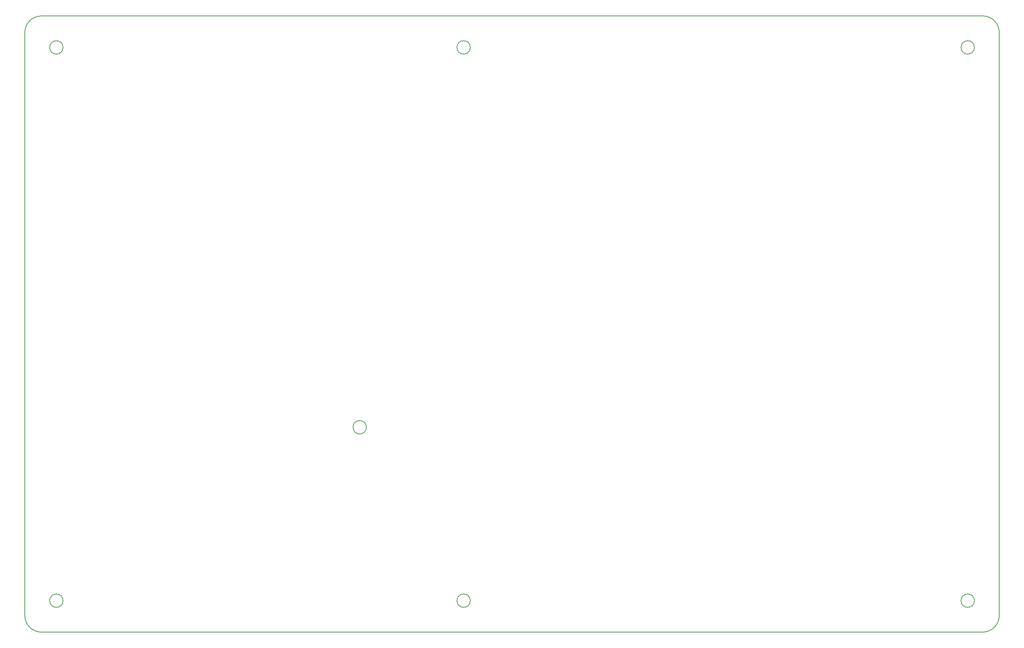
<source format=gm1>
G04 #@! TF.GenerationSoftware,KiCad,Pcbnew,8.0.5*
G04 #@! TF.CreationDate,2024-09-14T20:21:50-07:00*
G04 #@! TF.ProjectId,ergoSHIFT-rgb,6572676f-5348-4494-9654-2d7267622e6b,rev?*
G04 #@! TF.SameCoordinates,Original*
G04 #@! TF.FileFunction,Profile,NP*
%FSLAX46Y46*%
G04 Gerber Fmt 4.6, Leading zero omitted, Abs format (unit mm)*
G04 Created by KiCad (PCBNEW 8.0.5) date 2024-09-14 20:21:50*
%MOMM*%
%LPD*%
G01*
G04 APERTURE LIST*
G04 #@! TA.AperFunction,Profile*
%ADD10C,0.200000*%
G04 #@! TD*
G04 APERTURE END LIST*
D10*
X50000000Y-54000000D02*
G75*
G02*
X54000000Y-50000000I4000000J0D01*
G01*
X283170000Y-54000000D02*
X283170000Y-193670000D01*
X54000000Y-197670000D02*
G75*
G02*
X50000000Y-193670000I0J4000000D01*
G01*
X131740000Y-148580000D02*
G75*
G02*
X128540000Y-148580000I-1600000J0D01*
G01*
X128540000Y-148580000D02*
G75*
G02*
X131740000Y-148580000I1600000J0D01*
G01*
X59150000Y-57550000D02*
G75*
G02*
X55950000Y-57550000I-1600000J0D01*
G01*
X55950000Y-57550000D02*
G75*
G02*
X59150000Y-57550000I1600000J0D01*
G01*
X156600000Y-190120000D02*
G75*
G02*
X153400000Y-190120000I-1600000J0D01*
G01*
X153400000Y-190120000D02*
G75*
G02*
X156600000Y-190120000I1600000J0D01*
G01*
X279170000Y-50000000D02*
G75*
G02*
X283170000Y-54000000I0J-4000000D01*
G01*
X277220000Y-57550000D02*
G75*
G02*
X274020000Y-57550000I-1600000J0D01*
G01*
X274020000Y-57550000D02*
G75*
G02*
X277220000Y-57550000I1600000J0D01*
G01*
X283170000Y-193670000D02*
G75*
G02*
X279170000Y-197670000I-4000000J0D01*
G01*
X277220000Y-190120000D02*
G75*
G02*
X274020000Y-190120000I-1600000J0D01*
G01*
X274020000Y-190120000D02*
G75*
G02*
X277220000Y-190120000I1600000J0D01*
G01*
X54000000Y-197670000D02*
X279170000Y-197670000D01*
X156600000Y-57550000D02*
G75*
G02*
X153400000Y-57550000I-1600000J0D01*
G01*
X153400000Y-57550000D02*
G75*
G02*
X156600000Y-57550000I1600000J0D01*
G01*
X50000000Y-54000000D02*
X50000000Y-193670000D01*
X54000000Y-50000000D02*
X279170000Y-50000000D01*
X59150000Y-190120000D02*
G75*
G02*
X55950000Y-190120000I-1600000J0D01*
G01*
X55950000Y-190120000D02*
G75*
G02*
X59150000Y-190120000I1600000J0D01*
G01*
M02*

</source>
